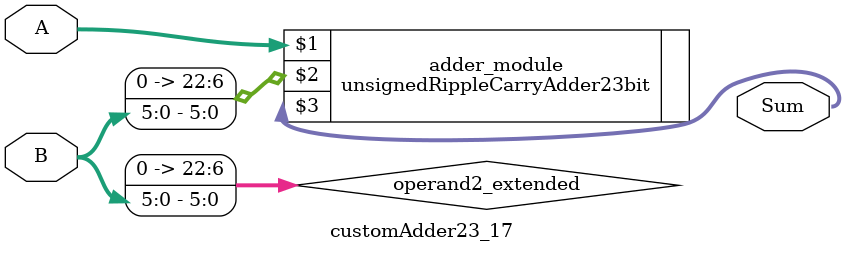
<source format=v>

module customAdder23_17(
                    input [22 : 0] A,
                    input [5 : 0] B,
                    
                    output [23 : 0] Sum
            );

    wire [22 : 0] operand2_extended;
    
    assign operand2_extended =  {17'b0, B};
    
    unsignedRippleCarryAdder23bit adder_module(
        A,
        operand2_extended,
        Sum
    );
    
endmodule
        
</source>
